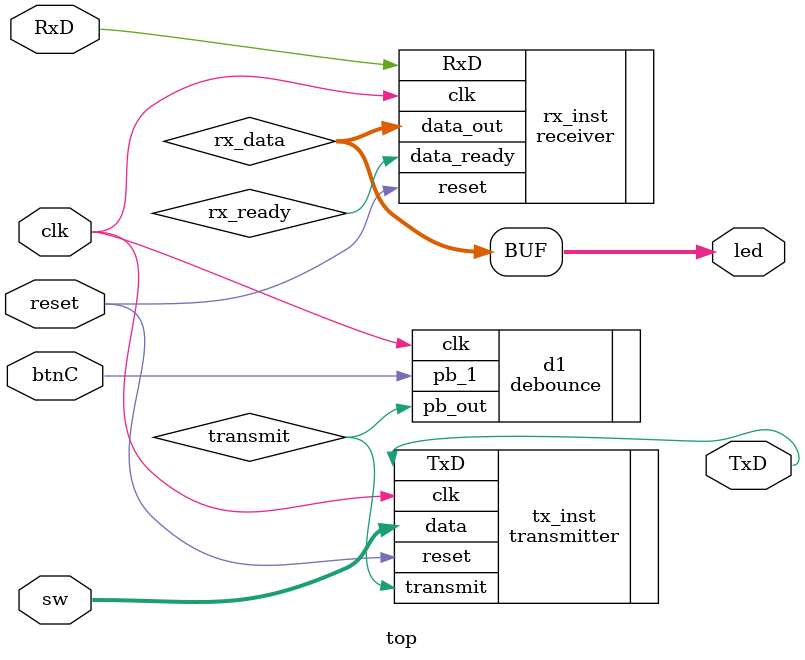
<source format=v>
module top (
    input clk,
    input reset,
    input btnC,
    input [7:0] sw,
    input RxD,
    output TxD,
    output [7:0] led
);

wire transmit;

debounce d1(
.pb_1(btnC),
.clk(clk),
.pb_out(transmit));

    wire [7:0] rx_data;
    wire rx_ready;

    transmitter tx_inst (
        .clk(clk),
        .reset(reset),
        .transmit(transmit),
        .data(sw),
        .TxD(TxD)
    );

    receiver rx_inst (
        .clk(clk),
        .reset(reset),
        .RxD(RxD),
        .data_out(rx_data),
        .data_ready(rx_ready)
    );

    assign led = rx_data;
endmodule
</source>
